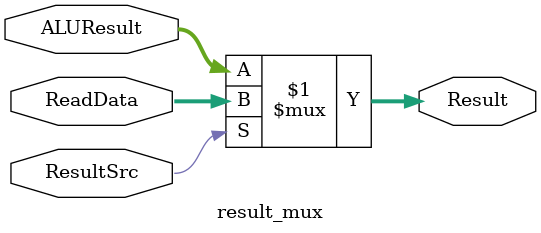
<source format=sv>

module result_mux(Result, ALUResult, ReadData, ResultSrc);
	output logic [31:0] Result;
	input logic [31:0] ALUResult, ReadData;
	input logic ResultSrc;

assign Result = ResultSrc ? ReadData : ALUResult;

endmodule
</source>
